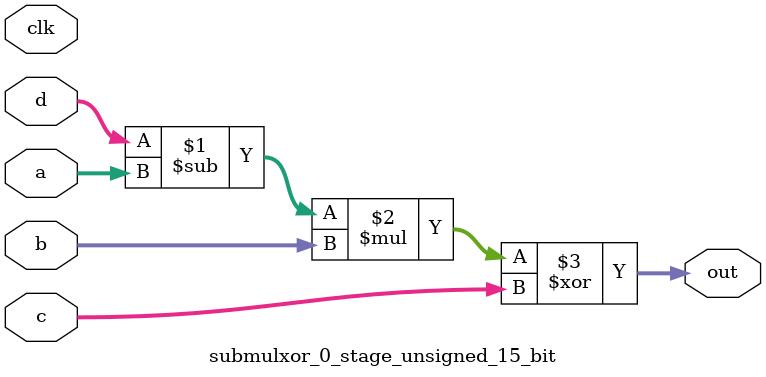
<source format=sv>
(* use_dsp = "yes" *) module submulxor_0_stage_unsigned_15_bit(
	input  [14:0] a,
	input  [14:0] b,
	input  [14:0] c,
	input  [14:0] d,
	output [14:0] out,
	input clk);

	assign out = ((d - a) * b) ^ c;
endmodule

</source>
